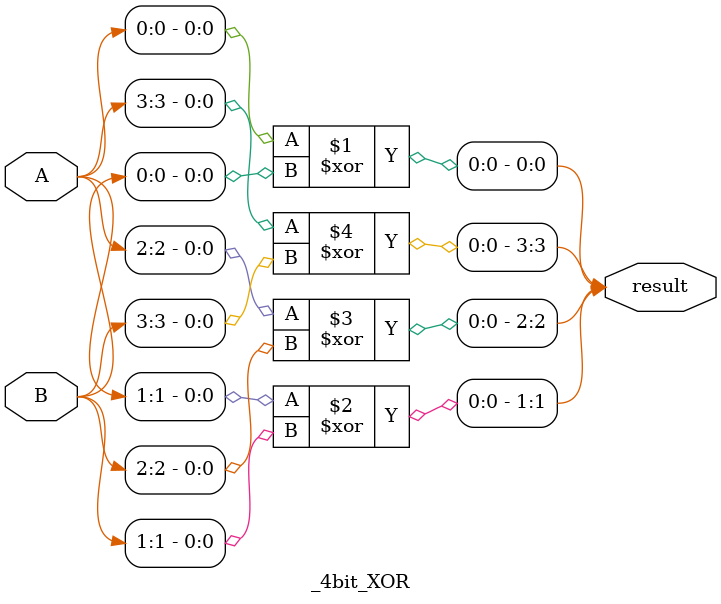
<source format=v>
module _4bit_XOR (result, A, B);
input [3:0] A, B;
output [3:0] result;

xor xx(result[0], A[0], B[0]);
xor yy(result[1], A[1], B[1]);
xor xff(result[2], A[2], B[2]);
xor df(result[3], A[3], B[3]);

endmodule
</source>
